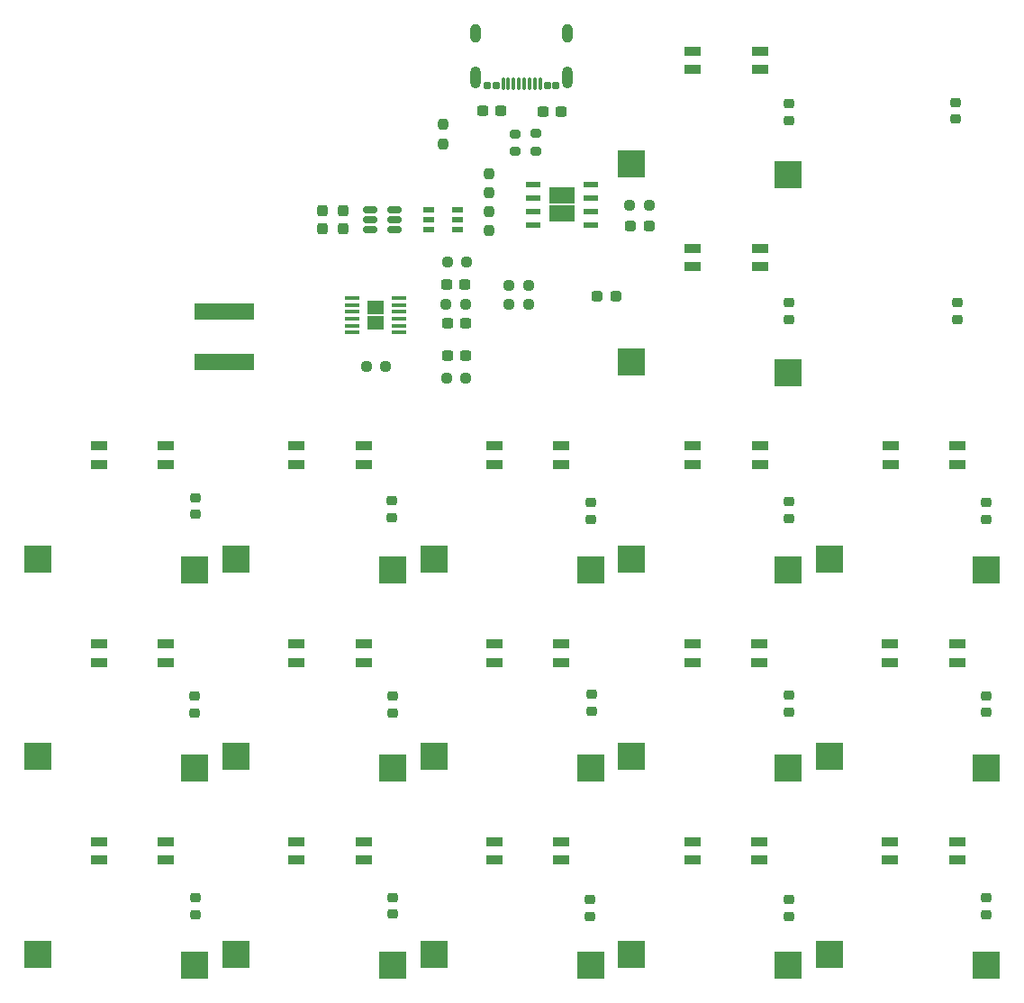
<source format=gbr>
%TF.GenerationSoftware,KiCad,Pcbnew,8.0.6*%
%TF.CreationDate,2025-02-02T15:37:04-07:00*%
%TF.ProjectId,Modular MacroPad,4d6f6475-6c61-4722-904d-6163726f5061,rev?*%
%TF.SameCoordinates,Original*%
%TF.FileFunction,Paste,Bot*%
%TF.FilePolarity,Positive*%
%FSLAX46Y46*%
G04 Gerber Fmt 4.6, Leading zero omitted, Abs format (unit mm)*
G04 Created by KiCad (PCBNEW 8.0.6) date 2025-02-02 15:37:04*
%MOMM*%
%LPD*%
G01*
G04 APERTURE LIST*
G04 Aperture macros list*
%AMRoundRect*
0 Rectangle with rounded corners*
0 $1 Rounding radius*
0 $2 $3 $4 $5 $6 $7 $8 $9 X,Y pos of 4 corners*
0 Add a 4 corners polygon primitive as box body*
4,1,4,$2,$3,$4,$5,$6,$7,$8,$9,$2,$3,0*
0 Add four circle primitives for the rounded corners*
1,1,$1+$1,$2,$3*
1,1,$1+$1,$4,$5*
1,1,$1+$1,$6,$7*
1,1,$1+$1,$8,$9*
0 Add four rect primitives between the rounded corners*
20,1,$1+$1,$2,$3,$4,$5,0*
20,1,$1+$1,$4,$5,$6,$7,0*
20,1,$1+$1,$6,$7,$8,$9,0*
20,1,$1+$1,$8,$9,$2,$3,0*%
G04 Aperture macros list end*
%ADD10C,0.000000*%
%ADD11R,2.550000X2.550000*%
%ADD12RoundRect,0.237500X0.237500X-0.250000X0.237500X0.250000X-0.237500X0.250000X-0.237500X-0.250000X0*%
%ADD13RoundRect,0.218750X-0.256250X0.218750X-0.256250X-0.218750X0.256250X-0.218750X0.256250X0.218750X0*%
%ADD14RoundRect,0.237500X-0.250000X-0.237500X0.250000X-0.237500X0.250000X0.237500X-0.250000X0.237500X0*%
%ADD15RoundRect,0.237500X0.300000X0.237500X-0.300000X0.237500X-0.300000X-0.237500X0.300000X-0.237500X0*%
%ADD16O,1.000000X2.100000*%
%ADD17O,1.000000X1.800000*%
%ADD18RoundRect,0.150000X-0.150000X-0.227500X0.150000X-0.227500X0.150000X0.227500X-0.150000X0.227500X0*%
%ADD19RoundRect,0.075000X-0.075000X-0.500000X0.075000X-0.500000X0.075000X0.500000X-0.075000X0.500000X0*%
%ADD20RoundRect,0.237500X0.250000X0.237500X-0.250000X0.237500X-0.250000X-0.237500X0.250000X-0.237500X0*%
%ADD21RoundRect,0.237500X-0.237500X0.250000X-0.237500X-0.250000X0.237500X-0.250000X0.237500X0.250000X0*%
%ADD22RoundRect,0.237500X-0.300000X-0.237500X0.300000X-0.237500X0.300000X0.237500X-0.300000X0.237500X0*%
%ADD23R,1.600000X0.850000*%
%ADD24R,0.977900X0.558800*%
%ADD25RoundRect,0.150000X0.512500X0.150000X-0.512500X0.150000X-0.512500X-0.150000X0.512500X-0.150000X0*%
%ADD26RoundRect,0.218750X0.256250X-0.218750X0.256250X0.218750X-0.256250X0.218750X-0.256250X-0.218750X0*%
%ADD27RoundRect,0.200000X0.275000X-0.200000X0.275000X0.200000X-0.275000X0.200000X-0.275000X-0.200000X0*%
%ADD28RoundRect,0.237500X-0.237500X0.300000X-0.237500X-0.300000X0.237500X-0.300000X0.237500X0.300000X0*%
%ADD29RoundRect,0.237500X0.287500X0.237500X-0.287500X0.237500X-0.287500X-0.237500X0.287500X-0.237500X0*%
%ADD30RoundRect,0.237500X-0.287500X-0.237500X0.287500X-0.237500X0.287500X0.237500X-0.287500X0.237500X0*%
%ADD31R,5.689600X1.600200*%
%ADD32RoundRect,0.237500X0.237500X-0.300000X0.237500X0.300000X-0.237500X0.300000X-0.237500X-0.300000X0*%
%ADD33R,1.333500X0.431800*%
%ADD34R,1.460500X0.558800*%
G04 APERTURE END LIST*
D10*
%TO.C,U7*%
G36*
X135296540Y-77258808D02*
G01*
X133743940Y-77258808D01*
X133743940Y-75985608D01*
X135296540Y-75985608D01*
X135296540Y-77258808D01*
G37*
G36*
X135296540Y-75785608D02*
G01*
X133743940Y-75785608D01*
X133743940Y-74512408D01*
X135296540Y-74512408D01*
X135296540Y-75785608D01*
G37*
%TO.C,U3*%
G36*
X153193690Y-67063008D02*
G01*
X150879090Y-67063008D01*
X150879090Y-65561208D01*
X153193690Y-65561208D01*
X153193690Y-67063008D01*
G37*
G36*
X153193690Y-65361208D02*
G01*
X150879090Y-65361208D01*
X150879090Y-63859408D01*
X153193690Y-63859408D01*
X153193690Y-65361208D01*
G37*
%TD*%
D11*
%TO.C,SW6*%
X154716790Y-99833608D03*
X139966790Y-98783608D03*
%TD*%
%TO.C,SW13*%
X191916790Y-118433608D03*
X177166790Y-117383608D03*
%TD*%
%TO.C,SW12*%
X173316790Y-118433608D03*
X158566790Y-117383608D03*
%TD*%
%TO.C,SW9*%
X117516790Y-118433608D03*
X102766790Y-117383608D03*
%TD*%
%TO.C,SW5*%
X136116790Y-99833608D03*
X121366790Y-98783608D03*
%TD*%
%TO.C,SW11*%
X154716790Y-118433608D03*
X139966790Y-117383608D03*
%TD*%
%TO.C,SW10*%
X136116790Y-118433608D03*
X121366790Y-117383608D03*
%TD*%
%TO.C,SW14*%
X117516790Y-137033608D03*
X102766790Y-135983608D03*
%TD*%
%TO.C,SW18*%
X191916790Y-137033608D03*
X177166790Y-135983608D03*
%TD*%
%TO.C,SW4*%
X117516790Y-99833608D03*
X102766790Y-98783608D03*
%TD*%
%TO.C,SW15*%
X136116790Y-137033608D03*
X121366790Y-135983608D03*
%TD*%
%TO.C,SW7*%
X173316790Y-99833608D03*
X158566790Y-98783608D03*
%TD*%
%TO.C,SW3*%
X173320590Y-81288989D03*
X158570590Y-80238989D03*
%TD*%
%TO.C,SW17*%
X173316790Y-137033608D03*
X158566790Y-135983608D03*
%TD*%
%TO.C,SW16*%
X154716790Y-137033608D03*
X139966790Y-135983608D03*
%TD*%
%TO.C,SW1*%
X158570590Y-61620789D03*
X173320590Y-62670789D03*
%TD*%
D12*
%TO.C,R12*%
X145136390Y-66098708D03*
X145136390Y-67923708D03*
%TD*%
D13*
%TO.C,D38*%
X135986390Y-94898708D03*
X135986390Y-93323708D03*
%TD*%
%TO.C,D34*%
X136086390Y-113286208D03*
X136086390Y-111711208D03*
%TD*%
D14*
%TO.C,R13*%
X135448890Y-80711208D03*
X133623890Y-80711208D03*
%TD*%
D13*
%TO.C,D39*%
X154736390Y-95086208D03*
X154736390Y-93511208D03*
%TD*%
%TO.C,D30*%
X191936390Y-95098708D03*
X191936390Y-93523708D03*
%TD*%
D15*
%TO.C,C8*%
X141186390Y-73011208D03*
X142911390Y-73011208D03*
%TD*%
D16*
%TO.C,J1*%
X152558390Y-53516208D03*
D17*
X152558390Y-49336208D03*
D16*
X143918390Y-53516208D03*
D17*
X143918390Y-49336208D03*
D18*
X145038390Y-54288708D03*
X145838390Y-54288708D03*
D19*
X146488390Y-54091208D03*
X147488390Y-54091208D03*
X148988390Y-54091208D03*
X149988390Y-54091208D03*
D18*
X150638390Y-54288708D03*
X151438390Y-54288708D03*
X151438390Y-54288708D03*
X150638390Y-54288708D03*
D19*
X149488390Y-54091208D03*
X148488390Y-54091208D03*
X147988390Y-54091208D03*
X146988390Y-54091208D03*
D18*
X145838390Y-54288708D03*
X145038390Y-54288708D03*
%TD*%
D15*
%TO.C,C9*%
X141236390Y-79711208D03*
X142961390Y-79711208D03*
%TD*%
D20*
%TO.C,R15*%
X147036390Y-73061208D03*
X148861390Y-73061208D03*
%TD*%
D13*
%TO.C,D35*%
X117486390Y-113286208D03*
X117486390Y-111711208D03*
%TD*%
%TO.C,D36*%
X154786390Y-113111208D03*
X154786390Y-111536208D03*
%TD*%
D21*
%TO.C,R10*%
X145136390Y-64361208D03*
X145136390Y-62536208D03*
%TD*%
D22*
%TO.C,C4*%
X151948890Y-56711208D03*
X150223890Y-56711208D03*
%TD*%
D23*
%TO.C,D23*%
X182924090Y-88178008D03*
X182924090Y-89928008D03*
X189224090Y-89928008D03*
X189224090Y-88178008D03*
%TD*%
D24*
%TO.C,Q1*%
X139536390Y-65961206D03*
X139536390Y-66911207D03*
X139536390Y-67861208D03*
X142216090Y-67861208D03*
X142216090Y-66911207D03*
X142216090Y-65961206D03*
%TD*%
D25*
%TO.C,U6*%
X134011390Y-65961208D03*
X134011390Y-66911208D03*
X134011390Y-67861208D03*
X136286390Y-67861208D03*
X136286390Y-66911208D03*
X136286390Y-65961208D03*
%TD*%
D13*
%TO.C,D37*%
X117536390Y-94598708D03*
X117536390Y-93023708D03*
%TD*%
D21*
%TO.C,R8*%
X140836390Y-59773708D03*
X140836390Y-57948708D03*
%TD*%
D13*
%TO.C,D31*%
X154686390Y-132436208D03*
X154686390Y-130861208D03*
%TD*%
D26*
%TO.C,D41*%
X189236390Y-74686208D03*
X189236390Y-76261208D03*
%TD*%
D23*
%TO.C,D16*%
X114776590Y-108533008D03*
X114776590Y-106783008D03*
X108476590Y-106783008D03*
X108476590Y-108533008D03*
%TD*%
%TO.C,D13*%
X170576590Y-108533008D03*
X170576590Y-106783008D03*
X164276590Y-106783008D03*
X164276590Y-108533008D03*
%TD*%
D13*
%TO.C,D28*%
X191936390Y-132248708D03*
X191936390Y-130673708D03*
%TD*%
D27*
%TO.C,R5*%
X149536390Y-58786208D03*
X149536390Y-60436208D03*
%TD*%
D28*
%TO.C,C6*%
X131436390Y-67773708D03*
X131436390Y-66048708D03*
%TD*%
D13*
%TO.C,D26*%
X173336390Y-113198708D03*
X173336390Y-111623708D03*
%TD*%
D26*
%TO.C,D40*%
X189036390Y-55873708D03*
X189036390Y-57448708D03*
%TD*%
D29*
%TO.C,D1*%
X155361390Y-74111208D03*
X157111390Y-74111208D03*
%TD*%
D23*
%TO.C,D21*%
X108476590Y-125383008D03*
X108476590Y-127133008D03*
X114776590Y-127133008D03*
X114776590Y-125383008D03*
%TD*%
%TO.C,D18*%
X164276590Y-125383008D03*
X164276590Y-127133008D03*
X170576590Y-127133008D03*
X170576590Y-125383008D03*
%TD*%
D20*
%TO.C,R14*%
X141186390Y-81811208D03*
X143011390Y-81811208D03*
%TD*%
D13*
%TO.C,D25*%
X173336390Y-94998708D03*
X173336390Y-93423708D03*
%TD*%
D23*
%TO.C,D22*%
X164324090Y-88178008D03*
X164324090Y-89928008D03*
X170624090Y-89928008D03*
X170624090Y-88178008D03*
%TD*%
D13*
%TO.C,D6*%
X173336390Y-57561208D03*
X173336390Y-55986208D03*
%TD*%
D23*
%TO.C,D14*%
X151976590Y-108533008D03*
X151976590Y-106783008D03*
X145676590Y-106783008D03*
X145676590Y-108533008D03*
%TD*%
D13*
%TO.C,D27*%
X173336390Y-132398708D03*
X173336390Y-130823708D03*
%TD*%
D30*
%TO.C,D2*%
X160211390Y-67461208D03*
X158461390Y-67461208D03*
%TD*%
D13*
%TO.C,D33*%
X117586390Y-132236208D03*
X117586390Y-130661208D03*
%TD*%
D23*
%TO.C,D12*%
X189176590Y-108533008D03*
X189176590Y-106783008D03*
X182876590Y-106783008D03*
X182876590Y-108533008D03*
%TD*%
%TO.C,D24*%
X164324090Y-51028008D03*
X164324090Y-52778008D03*
X170624090Y-52778008D03*
X170624090Y-51028008D03*
%TD*%
D14*
%TO.C,R16*%
X148861390Y-74861208D03*
X147036390Y-74861208D03*
%TD*%
D31*
%TO.C,L1*%
X120286390Y-75561208D03*
X120286390Y-80260208D03*
%TD*%
D13*
%TO.C,D29*%
X191936390Y-113236208D03*
X191936390Y-111661208D03*
%TD*%
D23*
%TO.C,D9*%
X145676590Y-88183008D03*
X145676590Y-89933008D03*
X151976590Y-89933008D03*
X151976590Y-88183008D03*
%TD*%
D14*
%TO.C,R17*%
X143061390Y-70911208D03*
X141236390Y-70911208D03*
%TD*%
D32*
%TO.C,C10*%
X129536390Y-66048708D03*
X129536390Y-67773708D03*
%TD*%
D14*
%TO.C,R9*%
X160211390Y-65511208D03*
X158386390Y-65511208D03*
%TD*%
D15*
%TO.C,C5*%
X144573890Y-56661208D03*
X146298890Y-56661208D03*
%TD*%
D13*
%TO.C,D32*%
X136086390Y-132198708D03*
X136086390Y-130623708D03*
%TD*%
D33*
%TO.C,U7*%
X136736390Y-77511208D03*
X136736390Y-76860968D03*
X136736390Y-76210728D03*
X136736390Y-75560488D03*
X136736390Y-74910248D03*
X136736390Y-74260008D03*
X132304090Y-74260008D03*
X132304090Y-74910248D03*
X132304090Y-75560488D03*
X132304090Y-76210728D03*
X132304090Y-76860968D03*
X132304090Y-77511208D03*
%TD*%
D23*
%TO.C,D17*%
X182876590Y-125383008D03*
X182876590Y-127133008D03*
X189176590Y-127133008D03*
X189176590Y-125383008D03*
%TD*%
%TO.C,D10*%
X127076590Y-88183008D03*
X127076590Y-89933008D03*
X133376590Y-89933008D03*
X133376590Y-88183008D03*
%TD*%
D13*
%TO.C,D8*%
X173336390Y-76298708D03*
X173336390Y-74723708D03*
%TD*%
D34*
%TO.C,U3*%
X154760540Y-67366208D03*
X154760540Y-66096208D03*
X154760540Y-64826208D03*
X154760540Y-63556208D03*
X149312240Y-63556208D03*
X149312240Y-64826208D03*
X149312240Y-66096208D03*
X149312240Y-67366208D03*
%TD*%
D22*
%TO.C,C7*%
X142961390Y-76661208D03*
X141236390Y-76661208D03*
%TD*%
D23*
%TO.C,D15*%
X133376590Y-108533008D03*
X133376590Y-106783008D03*
X127076590Y-106783008D03*
X127076590Y-108533008D03*
%TD*%
%TO.C,D11*%
X108476590Y-88183008D03*
X108476590Y-89933008D03*
X114776590Y-89933008D03*
X114776590Y-88183008D03*
%TD*%
%TO.C,D20*%
X127076590Y-125383008D03*
X127076590Y-127133008D03*
X133376590Y-127133008D03*
X133376590Y-125383008D03*
%TD*%
D27*
%TO.C,R4*%
X147636390Y-58836208D03*
X147636390Y-60486208D03*
%TD*%
D23*
%TO.C,D7*%
X164324090Y-69578008D03*
X164324090Y-71328008D03*
X170624090Y-71328008D03*
X170624090Y-69578008D03*
%TD*%
D14*
%TO.C,R11*%
X142973890Y-74861208D03*
X141148890Y-74861208D03*
%TD*%
D23*
%TO.C,D19*%
X145676590Y-125383008D03*
X145676590Y-127133008D03*
X151976590Y-127133008D03*
X151976590Y-125383008D03*
%TD*%
D11*
%TO.C,SW8*%
X191916790Y-99833608D03*
X177166790Y-98783608D03*
%TD*%
M02*

</source>
